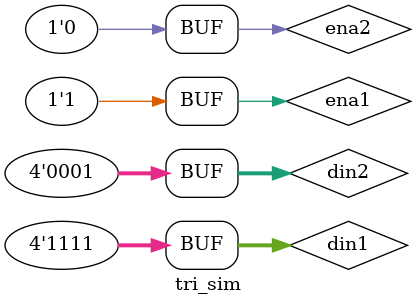
<source format=v>
`timescale 1ns / 1ps


module tri_sim();
reg ena1,ena2;
reg [3:0] din1,din2;
wire [3:0] dout;
top_tri t0(
    .ena1(ena1),
    .ena2(ena2),
    .din1(din1),
    .din2(din2),
    .dout(dout)
    );
initial begin
    ena2 = 0;
    #10 ena1 = 1;
        din1 = 4'b1111;
    #50 ena1 = 0;
    #10 ena2 = 1;
        din2 = 4'b0001;
    #10 ena2 = 0;
        ena1 = 1;
        din1 = 4'b1111;
end
endmodule

</source>
